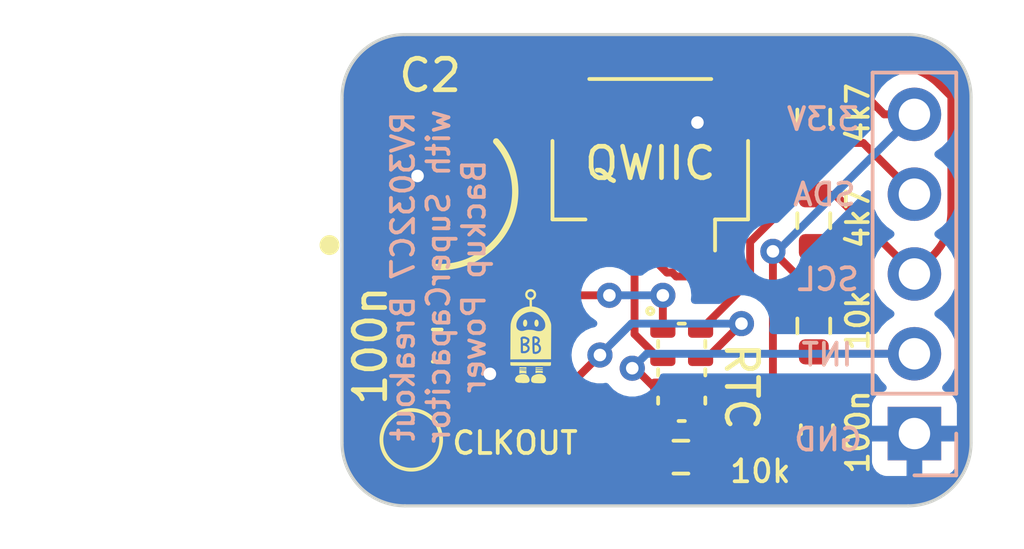
<source format=kicad_pcb>
(kicad_pcb (version 20221018) (generator pcbnew)
  (layers (0 "F.Cu" signal) (31 "B.Cu" signal) (34 "B.Paste" user) (35 "F.Paste" user) (36 "B.SilkS" user "B.Silkscreen") (37 "F.SilkS" user "F.Silkscreen") (38 "B.Mask" user) (39 "F.Mask" user) (44 "Edge.Cuts" user))
  (net 0 "")
  (net 1 "GND")
  (net 2 "+3.3V")
  (net 3 "/SCL")
  (net 4 "/SDA")
  (net 5 "/INT")
  (net 6 "Net-(RTC1-VBACKUP)")
  (net 7 "Net-(RTC1-CLKOUT)")
  (net 8 "Net-(RTC1-EVI)")
  (footprint "Capacitor_SMD:C_0603_1608Metric" (layer "F.Cu") (at 125.025 99.9)
    (fp_text reference "100n" (at -2.125 0 90) (layer "F.SilkS"))
    (fp_text value "100n")
    (pad "1" smd roundrect (at -0.775 0) (size 0.9 0.95) (layers "F.Cu" "F.Paste" "F.Mask") (net 6 "Net-(RTC1-VBACKUP)"))
    (pad "2" smd roundrect (at 0.775 0) (size 0.9 0.95) (layers "F.Cu" "F.Paste" "F.Mask") (net 1 "GND"))
  )
  (footprint "LOGO" (layer "F.Cu") (at 128 99.6)
    (fp_text reference "G***" hide)
    (fp_text value "LOGO" hide)
  )
  (footprint "Capacitor_SMD:C_0603_1608Metric" (layer "F.Cu") (at 137.1 102.575 -90)
    (fp_text reference "C1" hide)
    (fp_text value "100n" (at 0.075 -1.3 90) (layer "F.SilkS") (effects (font (size 0.7 0.7) (thickness 0.12) bold)))
    (pad "1" smd roundrect (at -0.775 0 270) (size 0.9 0.95) (layers "F.Cu" "F.Paste" "F.Mask") (net 2 "+3.3V"))
    (pad "2" smd roundrect (at 0.775 0 270) (size 0.9 0.95) (layers "F.Cu" "F.Paste" "F.Mask") (net 1 "GND"))
  )
  (footprint "TestPoint:TestPoint_Pad_D1.5mm" (layer "F.Cu") (at 124.2 102.9)
    (fp_text reference "CLKOUT" (at 3.3 0.1) (layer "F.SilkS") (effects (font (size 0.7 0.7) (thickness 0.12) bold)))
    (fp_text value "TestPoint" hide)
    (pad "1" smd circle (at 0 0) (size 1.5 1.5) (layers "F.Cu" "F.Mask") (net 7 "Net-(RTC1-CLKOUT)"))
  )
  (footprint "Resistor_SMD:R_0603_1608Metric" (layer "F.Cu") (at 137 95.925 90)
    (fp_text reference "R2" hide)
    (fp_text value "4k7" (at 0.075 1.4 90) (layer "F.SilkS") (effects (font (size 0.7 0.7) (thickness 0.12) bold)))
    (pad "1" smd roundrect (at -0.825 0 90) (size 0.8 0.95) (layers "F.Cu" "F.Paste" "F.Mask") (net 2 "+3.3V"))
    (pad "2" smd roundrect (at 0.825 0 90) (size 0.8 0.95) (layers "F.Cu" "F.Paste" "F.Mask") (net 3 "/SCL"))
  )
  (footprint "Resistor_SMD:R_0603_1608Metric" (layer "F.Cu") (at 137 92.625 -90)
    (fp_text reference "R1" hide)
    (fp_text value "4k7" (at -0.125 -1.4 90) (layer "F.SilkS") (effects (font (size 0.7 0.7) (thickness 0.12) bold)))
    (pad "1" smd roundrect (at -0.825 0 270) (size 0.8 0.95) (layers "F.Cu" "F.Paste" "F.Mask") (net 2 "+3.3V"))
    (pad "2" smd roundrect (at 0.825 0 270) (size 0.8 0.95) (layers "F.Cu" "F.Paste" "F.Mask") (net 4 "/SDA"))
  )
  (footprint "Resistor_SMD:R_0603_1608Metric" (layer "F.Cu") (at 132.775 103.45)
    (fp_text reference "R4" hide)
    (fp_text value "10k" (at 2.525 0.45) (layer "F.SilkS") (effects (font (size 0.7 0.7) (thickness 0.12) bold)))
    (pad "1" smd roundrect (at -0.825 0) (size 0.8 0.95) (layers "F.Cu" "F.Paste" "F.Mask") (net 8 "Net-(RTC1-EVI)"))
    (pad "2" smd roundrect (at 0.825 0) (size 0.8 0.95) (layers "F.Cu" "F.Paste" "F.Mask") (net 1 "GND"))
  )
  (footprint "Sensor:RV_3032_C7" (layer "F.Cu") (at 138.4 104 -90)
    (fp_text reference "RTC" (at -2.8 3.7 -90 unlocked) (layer "F.SilkS"))
    (fp_text value "~")
    (pad "1" smd roundrect (at -4.6 6.2 270) (size 0.5 0.8) (layers "F.Cu" "F.Paste" "F.Mask") (net 6 "Net-(RTC1-VBACKUP)"))
    (pad "2" smd roundrect (at -3.7 6.2 270) (size 0.5 0.8) (layers "F.Cu" "F.Paste" "F.Mask") (net 4 "/SDA"))
    (pad "3" smd roundrect (at -2.8 6.2 270) (size 0.5 0.8) (layers "F.Cu" "F.Paste" "F.Mask") (net 5 "/INT"))
    (pad "4" smd roundrect (at -1.9 6.2 270) (size 0.5 0.8) (layers "F.Cu" "F.Paste" "F.Mask") (net 8 "Net-(RTC1-EVI)"))
    (pad "5" smd roundrect (at -1.9 5 270) (size 0.5 0.8) (layers "F.Cu" "F.Paste" "F.Mask") (net 1 "GND"))
    (pad "6" smd roundrect (at -2.8 5 270) (size 0.5 0.8) (layers "F.Cu" "F.Paste" "F.Mask") (net 2 "+3.3V"))
    (pad "7" smd roundrect (at -3.7 5 270) (size 0.5 0.8) (layers "F.Cu" "F.Paste" "F.Mask") (net 7 "Net-(RTC1-CLKOUT)"))
    (pad "8" smd roundrect (at -4.6 5 270) (size 0.5 0.8) (layers "F.Cu" "F.Paste" "F.Mask") (net 3 "/SCL"))
  )
  (footprint "Resistor_SMD:R_0603_1608Metric" (layer "F.Cu") (at 137 99.275 -90)
    (fp_text reference "R3" hide)
    (fp_text value "10k" (at -0.175 -1.4 90) (layer "F.SilkS") (effects (font (size 0.7 0.7) (thickness 0.12) bold)))
    (pad "1" smd roundrect (at -0.825 0 270) (size 0.8 0.95) (layers "F.Cu" "F.Paste" "F.Mask") (net 2 "+3.3V"))
    (pad "2" smd roundrect (at 0.825 0 270) (size 0.8 0.95) (layers "F.Cu" "F.Paste" "F.Mask") (net 5 "/INT"))
  )
  (footprint "Larry:CAP_XH414HG-IV01E" (layer "F.Cu") (at 125.1 95 180)
    (fp_text reference "C2" (at 0.3 3.7) (layer "F.SilkS") (effects (font (size 1.001079 1.001079))))
    (fp_text value "XH414HG-IV01E")
    (pad "1" smd custom (at 2.1 -2.1 180) (size 1 1) (layers "F.Cu" "F.Paste" "F.Mask") (net 6 "Net-(RTC1-VBACKUP)") (options (clearance outline) (anchor rect)) (primitives (gr_poly (pts (xy -1.8 -0.6) (xy 0.6 -0.6) (xy 0.6 1.8)) (width 0) (fill yes))))
    (pad "2" smd rect (at 0.65 1.85 180) (size 4.1 1.7) (layers "F.Cu" "F.Paste" "F.Mask") (net 1 "GND"))
  )
  (footprint "Connector_JST:JST_SH_SM04B-SRSS-TB_1x04-1MP_P1.00mm_Horizontal" (layer "F.Cu") (at 131.8 94.1 180)
    (fp_text reference "QWIIC" (at 0 0) (layer "F.SilkS"))
    (fp_text value "Conn_01x04_Female" hide)
    (pad "1" smd roundrect (at -1.5 -2 180) (size 0.6 1.55) (layers "F.Cu" "F.Paste" "F.Mask") (net 1 "GND"))
    (pad "2" smd roundrect (at -0.5 -2 180) (size 0.6 1.55) (layers "F.Cu" "F.Paste" "F.Mask") (net 2 "+3.3V"))
    (pad "3" smd roundrect (at 0.5 -2 180) (size 0.6 1.55) (layers "F.Cu" "F.Paste" "F.Mask") (net 4 "/SDA"))
    (pad "4" smd roundrect (at 1.5 -2 180) (size 0.6 1.55) (layers "F.Cu" "F.Paste" "F.Mask") (net 3 "/SCL"))
    (pad "MP" smd roundrect (at -2.8 1.875 180) (size 1.2 1.8) (layers "F.Cu" "F.Paste" "F.Mask") (roundrect_rratio 0.2083333333))
    (pad "MP" smd roundrect (at 2.8 1.875 180) (size 1.2 1.8) (layers "F.Cu" "F.Paste" "F.Mask") (roundrect_rratio 0.2083333333))
  )
  (footprint "Connector_PinSocket_2.54mm:PinSocket_1x05_P2.54mm_Vertical" (layer "B.Cu") (at 140.2 102.7)
    (fp_text reference "J2" hide)
    (fp_text value "Conn_01x05_Female" hide)
    (pad "1" thru_hole rect (at 0 0) (size 1.7 1.7) (drill 1) (layers "*.Cu" "*.Mask") (net 1 "GND"))
    (pad "2" thru_hole oval (at 0 -2.54) (size 1.7 1.7) (drill 1) (layers "*.Cu" "*.Mask") (net 5 "/INT"))
    (pad "3" thru_hole oval (at 0 -5.08) (size 1.7 1.7) (drill 1) (layers "*.Cu" "*.Mask") (net 3 "/SCL"))
    (pad "4" thru_hole oval (at 0 -7.62) (size 1.7 1.7) (drill 1) (layers "*.Cu" "*.Mask") (net 4 "/SDA"))
    (pad "5" thru_hole oval (at 0 -10.16) (size 1.7 1.7) (drill 1) (layers "*.Cu" "*.Mask") (net 2 "+3.3V"))
  )
  (gr_arc (start 142 103) (mid 141.414214 104.414214) (end 140 105) (stroke (width 0.1)) (layer "Edge.Cuts"))
  (gr_line (start 140 105) (end 124 105) (stroke (width 0.1)) (layer "Edge.Cuts"))
  (gr_arc (start 140 90) (mid 141.414214 90.585786) (end 142 92) (stroke (width 0.1)) (layer "Edge.Cuts"))
  (gr_arc (start 124 105) (mid 122.585786 104.414214) (end 122 103) (stroke (width 0.1)) (layer "Edge.Cuts"))
  (gr_line (start 122 103) (end 122 92) (stroke (width 0.1)) (layer "Edge.Cuts"))
  (gr_line (start 142 92) (end 142 103) (stroke (width 0.1)) (layer "Edge.Cuts"))
  (gr_arc (start 122 92) (mid 122.585786 90.585786) (end 124 90) (stroke (width 0.1)) (layer "Edge.Cuts"))
  (gr_line (start 124 90) (end 140 90) (stroke (width 0.1)) (layer "Edge.Cuts"))
  (gr_text "RV3032C7 Breakout\nwith SuperCapacitor\nBackup Power" (at 126.6 97.7 90) (layer "B.SilkS") (effects (font (size 0.7 0.7) (thickness 0.12) bold) (justify bottom mirror)))
  (gr_text "SDA" (at 138.4 95.5) (layer "B.SilkS") (effects (font (size 0.7 0.7) (thickness 0.12) bold) (justify left bottom mirror)))
  (gr_text "INT" (at 138.3 100.6) (layer "B.SilkS") (effects (font (size 0.7 0.7) (thickness 0.12) bold) (justify left bottom mirror)))
  (gr_text "SCL" (at 138.5 98.2) (layer "B.SilkS") (effects (font (size 0.7 0.7) (thickness 0.12) bold) (justify left bottom mirror)))
  (gr_text "GND" (at 138.6 103.3) (layer "B.SilkS") (effects (font (size 0.7 0.7) (thickness 0.12) bold) (justify left bottom mirror)))
  (gr_text "3.3V" (at 138.5 93.1) (layer "B.SilkS") (effects (font (size 0.7 0.7) (thickness 0.12) bold) (justify left bottom mirror)))
  (segment (start 125.8 99.9) (end 126.7 100.8) (width 0.25) (layer "F.Cu") (net 1))
  (segment (start 133.3 96.1) (end 133.3 92.8) (width 0.25) (layer "F.Cu") (net 1))
  (segment (start 133.4 103.25) (end 133.6 103.45) (width 0.25) (layer "F.Cu") (net 1))
  (segment (start 137.75 102.7) (end 137.1 103.35) (width 0.25) (layer "F.Cu") (net 1))
  (segment (start 124.45 93.15) (end 124.45 94.45) (width 0.25) (layer "F.Cu") (net 1))
  (segment (start 124.45 94.45) (end 124.4 94.5) (width 0.25) (layer "F.Cu") (net 1))
  (segment (start 133.4 102.1) (end 133.4 103.25) (width 0.25) (layer "F.Cu") (net 1))
  (segment (start 137.1 103.35) (end 133.7 103.35) (width 0.25) (layer "F.Cu") (net 1))
  (segment (start 140.2 102.7) (end 137.75 102.7) (width 0.25) (layer "F.Cu") (net 1))
  (segment (start 133.7 103.35) (end 133.6 103.45) (width 0.25) (layer "F.Cu") (net 1))
  (via (at 133.3 92.8) (size 0.8) (drill 0.4) (layers "F.Cu" "B.Cu") (net 1))
  (via (at 124.4 94.5) (size 0.8) (drill 0.4) (layers "F.Cu" "B.Cu") (net 1))
  (via (at 126.7 100.8) (size 0.8) (drill 0.4) (layers "F.Cu" "B.Cu") (net 1))
  (segment (start 136 101.2) (end 136.5 101.2) (width 0.25) (layer "F.Cu") (net 2))
  (segment (start 133.4 101.2) (end 136 101.2) (width 0.25) (layer "F.Cu") (net 2))
  (segment (start 137 97.6) (end 137 96.75) (width 0.25) (layer "F.Cu") (net 2))
  (segment (start 136.4 97.6) (end 135.7 96.9) (width 0.25) (layer "F.Cu") (net 2))
  (segment (start 133.646751 97.2) (end 133.925 96.921751) (width 0.25) (layer "F.Cu") (net 2))
  (segment (start 133.925 96.921751) (end 133.925 94.775) (width 0.25) (layer "F.Cu") (net 2))
  (segment (start 135.7 96.9) (end 135.7 100.9) (width 0.25) (layer "F.Cu") (net 2))
  (segment (start 136.9 91.8) (end 137 91.8) (width 0.25) (layer "F.Cu") (net 2))
  (segment (start 133.925 94.775) (end 136.9 91.8) (width 0.25) (layer "F.Cu") (net 2))
  (segment (start 132.3 96.546751) (end 132.953249 97.2) (width 0.25) (layer "F.Cu") (net 2))
  (segment (start 138.5 91.8) (end 139.24 92.54) (width 0.25) (layer "F.Cu") (net 2))
  (segment (start 135.7 100.9) (end 136 101.2) (width 0.25) (layer "F.Cu") (net 2))
  (segment (start 132.953249 97.2) (end 133.646751 97.2) (width 0.25) (layer "F.Cu") (net 2))
  (segment (start 136.5 101.2) (end 137.1 101.8) (width 0.25) (layer "F.Cu") (net 2))
  (segment (start 137 91.8) (end 138.5 91.8) (width 0.25) (layer "F.Cu") (net 2))
  (segment (start 137 97.6) (end 136.4 97.6) (width 0.25) (layer "F.Cu") (net 2))
  (segment (start 139.24 92.54) (end 140.2 92.54) (width 0.25) (layer "F.Cu") (net 2))
  (segment (start 137 98.45) (end 137 97.6) (width 0.25) (layer "F.Cu") (net 2))
  (via (at 135.7 96.9) (size 0.8) (drill 0.4) (layers "F.Cu" "B.Cu") (net 2))
  (segment (start 135.7 96.9) (end 135.84 96.9) (width 0.25) (layer "B.Cu") (net 2))
  (segment (start 135.84 96.9) (end 140.2 92.54) (width 0.25) (layer "B.Cu") (net 2))
  (segment (start 134.975 96.599695) (end 136.474695 95.1) (width 0.25) (layer "F.Cu") (net 3))
  (segment (start 137.68 95.1) (end 140.2 97.62) (width 0.25) (layer "F.Cu") (net 3))
  (segment (start 133.4 99.4) (end 134.975 97.825) (width 0.25) (layer "F.Cu") (net 3))
  (segment (start 140.985787 91.585787) (end 141.375 91.975) (width 0.25) (layer "F.Cu") (net 3))
  (segment (start 130.885787 92.714213) (end 132.014214 91.585786) (width 0.25) (layer "F.Cu") (net 3))
  (segment (start 133.428427 91) (end 139.571573 91) (width 0.25) (layer "F.Cu") (net 3))
  (segment (start 134.975 97.825) (end 134.975 96.599695) (width 0.25) (layer "F.Cu") (net 3))
  (segment (start 137 95.1) (end 137.68 95.1) (width 0.25) (layer "F.Cu") (net 3))
  (segment (start 141.375 91.975) (end 141.375 95.616573) (width 0.25) (layer "F.Cu") (net 3))
  (segment (start 136.474695 95.1) (end 137 95.1) (width 0.25) (layer "F.Cu") (net 3))
  (segment (start 130.3 96.1) (end 130.3 94.128427) (width 0.25) (layer "F.Cu") (net 3))
  (segment (start 140.789213 97.030787) (end 140.2 97.62) (width 0.25) (layer "F.Cu") (net 3))
  (arc (start 130.885787 92.714213) (mid 130.452241 93.36306) (end 130.3 94.128427) (width 0.25) (layer "F.Cu") (net 3))
  (arc (start 141.375 95.616573) (mid 141.222759 96.38194) (end 140.789213 97.030787) (width 0.25) (layer "F.Cu") (net 3))
  (arc (start 140.985787 91.585787) (mid 140.33694 91.152241) (end 139.571573 91) (width 0.25) (layer "F.Cu") (net 3))
  (arc (start 133.428427 91) (mid 132.66306 91.152241) (end 132.014214 91.585786) (width 0.25) (layer "F.Cu") (net 3))
  (segment (start 131.3 99.536396) (end 132.063604 100.3) (width 0.25) (layer "F.Cu") (net 4))
  (segment (start 137 93.45) (end 138.57 93.45) (width 0.25) (layer "F.Cu") (net 4))
  (segment (start 138.57 93.45) (end 140.2 95.08) (width 0.25) (layer "F.Cu") (net 4))
  (segment (start 133.936396 97.7) (end 134.45 97.186396) (width 0.25) (layer "F.Cu") (net 4))
  (segment (start 131.3 96.1) (end 131.3 96.546751) (width 0.25) (layer "F.Cu") (net 4))
  (segment (start 132.500305 97.575) (end 132.328249 97.575) (width 0.25) (layer "F.Cu") (net 4))
  (segment (start 134.45 96) (end 137 93.45) (width 0.25) (layer "F.Cu") (net 4))
  (segment (start 132.625305 97.7) (end 133.936396 97.7) (width 0.25) (layer "F.Cu") (net 4))
  (segment (start 132.063604 100.3) (end 132.2 100.3) (width 0.25) (layer "F.Cu") (net 4))
  (segment (start 132.625305 97.7) (end 132.500305 97.575) (width 0.25) (layer "F.Cu") (net 4))
  (segment (start 131.3 96.546751) (end 132.328249 97.575) (width 0.25) (layer "F.Cu") (net 4))
  (segment (start 134.45 97.186396) (end 134.45 96) (width 0.25) (layer "F.Cu") (net 4))
  (segment (start 131.3 96.1) (end 131.3 99.536396) (width 0.25) (layer "F.Cu") (net 4))
  (segment (start 137.06 100.16) (end 137 100.1) (width 0.25) (layer "F.Cu") (net 5))
  (segment (start 131.279653 100.620347) (end 131.227332 100.620347) (width 0.25) (layer "F.Cu") (net 5))
  (segment (start 140.2 100.16) (end 137.06 100.16) (width 0.25) (layer "F.Cu") (net 5))
  (segment (start 131.9 101.2) (end 131.3 100.6) (width 0.25) (layer "F.Cu") (net 5))
  (segment (start 131.3 100.6) (end 131.279653 100.620347) (width 0.25) (layer "F.Cu") (net 5))
  (segment (start 132.2 101.2) (end 131.9 101.2) (width 0.25) (layer "F.Cu") (net 5))
  (via (at 131.227332 100.620347) (size 0.8) (drill 0.4) (layers "F.Cu" "B.Cu") (net 5))
  (segment (start 131.687679 100.16) (end 140.2 100.16) (width 0.25) (layer "B.Cu") (net 5))
  (segment (start 131.227332 100.620347) (end 131.687679 100.16) (width 0.25) (layer "B.Cu") (net 5))
  (segment (start 124.3 98.3) (end 124.25 98.35) (width 0.25) (layer "F.Cu") (net 6))
  (segment (start 124.25 99.9) (end 124.25 98.35) (width 0.25) (layer "F.Cu") (net 6))
  (segment (start 132.2 99.4) (end 132.2 98.3) (width 0.25) (layer "F.Cu") (net 6))
  (segment (start 130.5 98.3) (end 124.3 98.3) (width 0.25) (layer "F.Cu") (net 6))
  (segment (start 124.25 98.35) (end 123 97.1) (width 0.25) (layer "F.Cu") (net 6))
  (via (at 132.2 98.3) (size 0.8) (drill 0.4) (layers "F.Cu" "B.Cu") (net 6))
  (via (at 130.5 98.3) (size 0.8) (drill 0.4) (layers "F.Cu" "B.Cu") (net 6))
  (segment (start 132.2 98.3) (end 130.5 98.3) (width 0.25) (layer "B.Cu") (net 6))
  (segment (start 133.4 100.3) (end 133.6 100.3) (width 0.25) (layer "F.Cu") (net 7))
  (segment (start 126.671573 102.9) (end 124.2 102.9) (width 0.25) (layer "F.Cu") (net 7))
  (segment (start 130.2 100.2) (end 128.085786 102.314214) (width 0.25) (layer "F.Cu") (net 7))
  (segment (start 133.6 100.3) (end 134.7 99.2) (width 0.25) (layer "F.Cu") (net 7))
  (via (at 134.7 99.2) (size 0.8) (drill 0.4) (layers "F.Cu" "B.Cu") (net 7))
  (via (at 130.2 100.2) (size 0.8) (drill 0.4) (layers "F.Cu" "B.Cu") (net 7))
  (arc (start 126.671573 102.9) (mid 127.43694 102.747759) (end 128.085786 102.314214) (width 0.25) (layer "F.Cu") (net 7))
  (segment (start 131.2 99.2) (end 134.7 99.2) (width 0.25) (layer "B.Cu") (net 7))
  (segment (start 130.2 100.2) (end 131.2 99.2) (width 0.25) (layer "B.Cu") (net 7))
  (segment (start 132.2 103.2) (end 131.95 103.45) (width 0.25) (layer "F.Cu") (net 8))
  (segment (start 132.2 102.1) (end 132.2 103.2) (width 0.25) (layer "F.Cu") (net 8))
  (zone (net 1) (net_name "GND") (layer "B.Cu") (connect_pads (clearance 0.5)) (min_thickness 0.25) (fill yes (thermal_gap 0.5) (thermal_bridge_width 0.5))
    (polygon (pts (xy 120.7 88.9) (xy 143.7 89.1) (xy 143.5 106.4) (xy 119.9 106.2)))
  )
)
</source>
